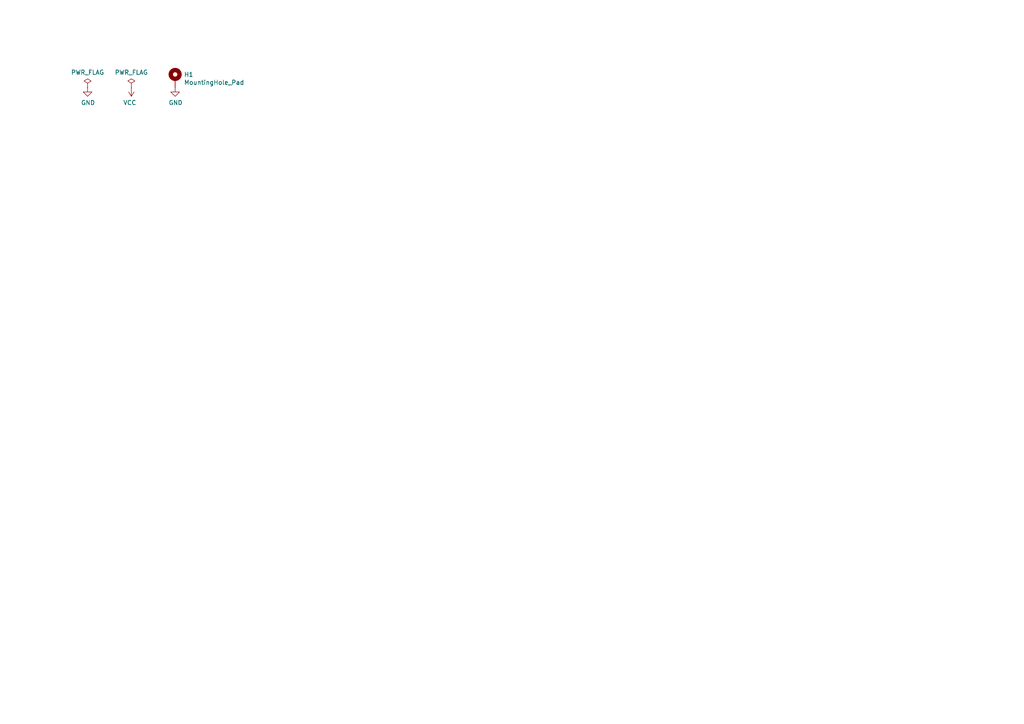
<source format=kicad_sch>
(kicad_sch (version 20230121) (generator eeschema)
  (paper "A4")
  (title_block (title "REVIUNG34-SPLIT-R-TOP") (date "2019-08-30") (rev "1.0"))
  (lib_symbols
    (symbol "Mechanical:MountingHole_Pad" (pin_numbers hide) (pin_names (offset 1.016) hide)
      (property "Reference" "H" (at 0 6.35 0))
      (property "Value" "MountingHole_Pad" (at 0 4.445 0))
      (symbol "MountingHole_Pad_0_1"
        (circle (center 0 1.27) (radius 1.27) (stroke (width 1.27)))
      )
      (symbol "MountingHole_Pad_1_1"
        (pin input line (at 0 -2.54 90) (length 2.54) (name "1") (number "1"))
      )
    )
    (symbol "power:GND" (power) (pin_names (offset 0))
      (property "Value" "GND" (at 0 -3.81 0))
      (symbol "GND_0_1"
        (polyline (pts (xy 0 0) (xy 0 -1.27) (xy 1.27 -1.27) (xy 0 -2.54) (xy -1.27 -1.27) (xy 0 -1.27)))
      )
      (symbol "GND_1_1"
        (pin power_in line (at 0 0 270) (length 0) hide (name "GND") (number "1"))
      )
    )
    (symbol "power:PWR_FLAG" (power) (pin_numbers hide) (pin_names (offset 0) hide)
      (property "Value" "PWR_FLAG" (at 0 3.81 0))
      (symbol "PWR_FLAG_0_0"
        (pin power_out line (at 0 0 90) (length 0) (name "pwr") (number "1"))
      )
      (symbol "PWR_FLAG_0_1"
        (polyline (pts (xy 0 0) (xy 0 1.27) (xy -1.016 1.905) (xy 0 2.54) (xy 1.016 1.905) (xy 0 1.27)))
      )
    )
    (symbol "power:VCC" (power) (pin_names (offset 0))
      (property "Value" "VCC" (at 0 3.81 0))
      (symbol "VCC_0_1"
        (polyline (pts (xy -0.762 1.27) (xy 0 2.54)))
        (polyline (pts (xy 0 0) (xy 0 2.54)))
        (polyline (pts (xy 0 2.54) (xy 0.762 1.27)))
      )
      (symbol "VCC_1_1"
        (pin power_in line (at 0 0 90) (length 0) hide (name "VCC") (number "1"))
      )
    )
  )
  (symbol (lib_id "power:PWR_FLAG") (at 25.4 25.4 0) (unit 1)
    (property "Reference" "#FLG01" (effects hide))
    (property "Value" "PWR_FLAG" (at 25.4 21.0058 0))
  )
  (symbol (lib_id "power:PWR_FLAG") (at 38.1 25.4 0) (unit 1)
    (property "Reference" "#FLG02" (effects hide))
    (property "Value" "PWR_FLAG" (at 38.1 21.0058 0))
  )
  (symbol (lib_id "Mechanical:MountingHole_Pad") (at 50.8 22.86 0) (unit 1)
    (property "Reference" "H1" (at 53.34 21.6154 0) (effects (justify left)))
    (property "Value" "MountingHole_Pad" (at 53.34 23.9268 0) (effects (justify left)))
    (property "Footprint" "MountingHole:MountingHole_2.2mm_M2_Pad" (effects hide))
  )
  (symbol (lib_id "power:GND") (at 25.4 25.4 0) (unit 1)
    (property "Reference" "#PWR01" (effects hide))
    (property "Value" "GND" (at 25.527 29.7942 0))
  )
  (symbol (lib_id "power:GND") (at 50.8 25.4 0) (unit 1)
    (property "Reference" "#PWR03" (effects hide))
    (property "Value" "GND" (at 50.927 29.7942 0))
  )
  (symbol (lib_id "power:VCC") (at 38.1 25.4 180) (unit 1)
    (property "Reference" "#PWR02" (effects hide))
    (property "Value" "VCC" (at 37.6428 29.7942 0))
  )
)
</source>
